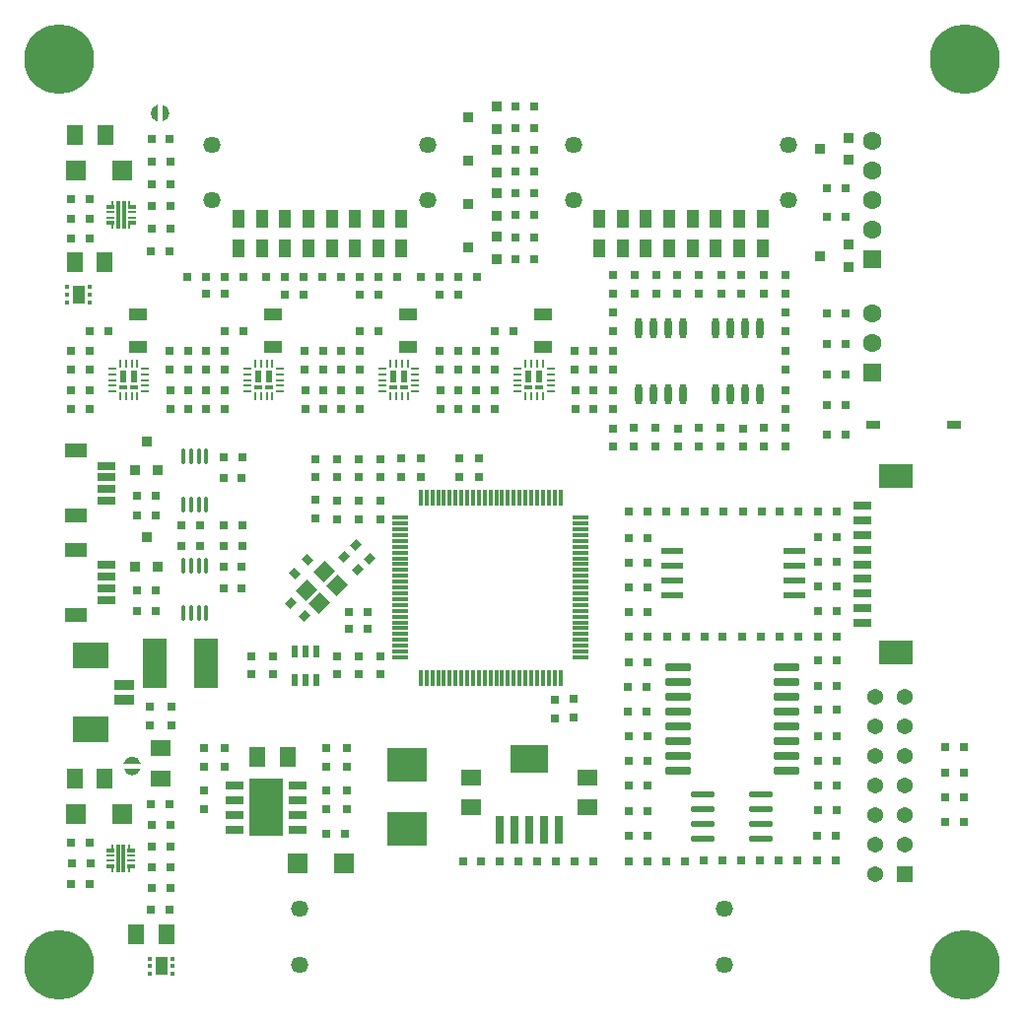
<source format=gbr>
G04*
G04 #@! TF.GenerationSoftware,Altium Limited,Altium Designer,24.1.2 (44)*
G04*
G04 Layer_Color=255*
%FSLAX44Y44*%
%MOMM*%
G71*
G04*
G04 #@! TF.SameCoordinates,9C78AE07-0A78-4655-BEE4-92392129F010*
G04*
G04*
G04 #@! TF.FilePolarity,Positive*
G04*
G01*
G75*
%ADD27R,0.2500X0.6500*%
%ADD28R,0.6500X0.3000*%
%ADD29R,0.6000X1.0000*%
%ADD30R,0.6500X0.2500*%
%ADD31R,0.6500X0.2286*%
%ADD32R,0.3000X2.4000*%
%ADD33R,0.6500X0.3000*%
%ADD34R,1.4000X1.8000*%
%ADD35R,1.8000X1.4000*%
%ADD36R,1.5000X1.0000*%
%ADD37R,0.7000X0.8000*%
G04:AMPARAMS|DCode=38|XSize=0.8mm|YSize=0.7mm|CornerRadius=0mm|HoleSize=0mm|Usage=FLASHONLY|Rotation=45.000|XOffset=0mm|YOffset=0mm|HoleType=Round|Shape=Rectangle|*
%AMROTATEDRECTD38*
4,1,4,-0.0354,-0.5303,-0.5303,-0.0354,0.0354,0.5303,0.5303,0.0354,-0.0354,-0.5303,0.0*
%
%ADD38ROTATEDRECTD38*%

G04:AMPARAMS|DCode=39|XSize=0.8mm|YSize=0.7mm|CornerRadius=0mm|HoleSize=0mm|Usage=FLASHONLY|Rotation=315.000|XOffset=0mm|YOffset=0mm|HoleType=Round|Shape=Rectangle|*
%AMROTATEDRECTD39*
4,1,4,-0.5303,0.0354,-0.0354,0.5303,0.5303,-0.0354,0.0354,-0.5303,-0.5303,0.0354,0.0*
%
%ADD39ROTATEDRECTD39*%

%ADD40R,0.8000X0.7000*%
%ADD41R,1.5494X0.6604*%
G04:AMPARAMS|DCode=42|XSize=1.55mm|YSize=0.6mm|CornerRadius=0.03mm|HoleSize=0mm|Usage=FLASHONLY|Rotation=180.000|XOffset=0mm|YOffset=0mm|HoleType=Round|Shape=RoundedRectangle|*
%AMROUNDEDRECTD42*
21,1,1.5500,0.5400,0,0,180.0*
21,1,1.4900,0.6000,0,0,180.0*
1,1,0.0600,-0.7450,0.2700*
1,1,0.0600,0.7450,0.2700*
1,1,0.0600,0.7450,-0.2700*
1,1,0.0600,-0.7450,-0.2700*
%
%ADD42ROUNDEDRECTD42*%
%ADD43R,3.0000X2.1000*%
%ADD44R,1.6000X0.8000*%
%ADD45R,0.3300X1.3500*%
%ADD46R,1.3500X0.3300*%
G04:AMPARAMS|DCode=47|XSize=2.16mm|YSize=0.72mm|CornerRadius=0.18mm|HoleSize=0mm|Usage=FLASHONLY|Rotation=0.000|XOffset=0mm|YOffset=0mm|HoleType=Round|Shape=RoundedRectangle|*
%AMROUNDEDRECTD47*
21,1,2.1600,0.3600,0,0,0.0*
21,1,1.8000,0.7200,0,0,0.0*
1,1,0.3600,0.9000,-0.1800*
1,1,0.3600,-0.9000,-0.1800*
1,1,0.3600,-0.9000,0.1800*
1,1,0.3600,0.9000,0.1800*
%
%ADD47ROUNDEDRECTD47*%
%ADD48R,1.2000X0.8000*%
%ADD49R,2.0000X4.2000*%
%ADD50R,0.4500X0.3000*%
%ADD51R,1.8000X1.8000*%
%ADD52R,0.9500X0.9000*%
%ADD53R,1.0000X1.5000*%
%ADD54O,0.3500X1.4000*%
%ADD55O,0.6000X1.8000*%
%ADD56R,3.0988X2.2098*%
%ADD57R,1.7018X0.8128*%
G04:AMPARAMS|DCode=58|XSize=1.4mm|YSize=1.2mm|CornerRadius=0mm|HoleSize=0mm|Usage=FLASHONLY|Rotation=45.000|XOffset=0mm|YOffset=0mm|HoleType=Round|Shape=Rectangle|*
%AMROTATEDRECTD58*
4,1,4,-0.0707,-0.9192,-0.9192,-0.0707,0.0707,0.9192,0.9192,0.0707,-0.0707,-0.9192,0.0*
%
%ADD58ROTATEDRECTD58*%

G04:AMPARAMS|DCode=59|XSize=0.7mm|YSize=2.4mm|CornerRadius=0.049mm|HoleSize=0mm|Usage=FLASHONLY|Rotation=180.000|XOffset=0mm|YOffset=0mm|HoleType=Round|Shape=RoundedRectangle|*
%AMROUNDEDRECTD59*
21,1,0.7000,2.3020,0,0,180.0*
21,1,0.6020,2.4000,0,0,180.0*
1,1,0.0980,-0.3010,1.1510*
1,1,0.0980,0.3010,1.1510*
1,1,0.0980,0.3010,-1.1510*
1,1,0.0980,-0.3010,-1.1510*
%
%ADD59ROUNDEDRECTD59*%
G04:AMPARAMS|DCode=60|XSize=3.2mm|YSize=2.4mm|CornerRadius=0.048mm|HoleSize=0mm|Usage=FLASHONLY|Rotation=180.000|XOffset=0mm|YOffset=0mm|HoleType=Round|Shape=RoundedRectangle|*
%AMROUNDEDRECTD60*
21,1,3.2000,2.3040,0,0,180.0*
21,1,3.1040,2.4000,0,0,180.0*
1,1,0.0960,-1.5520,1.1520*
1,1,0.0960,1.5520,1.1520*
1,1,0.0960,1.5520,-1.1520*
1,1,0.0960,-1.5520,-1.1520*
%
%ADD60ROUNDEDRECTD60*%
%ADD61R,3.5000X2.9500*%
G04:AMPARAMS|DCode=62|XSize=1.96mm|YSize=0.57mm|CornerRadius=0.1397mm|HoleSize=0mm|Usage=FLASHONLY|Rotation=0.000|XOffset=0mm|YOffset=0mm|HoleType=Round|Shape=RoundedRectangle|*
%AMROUNDEDRECTD62*
21,1,1.9600,0.2907,0,0,0.0*
21,1,1.6807,0.5700,0,0,0.0*
1,1,0.2793,0.8404,-0.1454*
1,1,0.2793,-0.8404,-0.1454*
1,1,0.2793,-0.8404,0.1454*
1,1,0.2793,0.8404,0.1454*
%
%ADD62ROUNDEDRECTD62*%
%ADD63R,1.9539X0.5821*%
%ADD64R,0.9000X0.9500*%
%ADD81R,1.9050X1.2954*%
%ADD112R,2.9500X4.9000*%
%ADD113R,1.0000X1.6000*%
%ADD127R,1.3700X1.3700*%
%ADD128C,1.3700*%
%ADD129C,0.3000*%
%ADD130C,6.0000*%
%ADD131C,1.0000*%
%ADD132R,1.6000X1.6000*%
%ADD133C,1.6000*%
%ADD134C,1.4580*%
G36*
G01X105904Y204671D02*
G01X91207D01*
G03X105904I7348J1500D01*
D02*
G37*
G36*
G01X91204Y208831D02*
G01X105901D01*
G03X91204I-7348J-1500D01*
D02*
G37*
G36*
G01X124581Y774848D02*
G01Y760151D01*
G03Y774848I-1500J7348D01*
D02*
G37*
G36*
G01X120421Y760147D02*
G01Y774845D01*
G03Y760147I1500J-7348D01*
D02*
G37*
D27*
X204120Y552437D02*
D03*
Y524237D02*
D03*
X209121D02*
D03*
X214121D02*
D03*
X219121D02*
D03*
X209121Y552437D02*
D03*
X214121D02*
D03*
X219121D02*
D03*
X320152D02*
D03*
Y524237D02*
D03*
X325152D02*
D03*
X330152D02*
D03*
X335152D02*
D03*
X325152Y552437D02*
D03*
X330152D02*
D03*
X335152D02*
D03*
X96142Y688897D02*
D03*
X81642D02*
D03*
X81642Y671397D02*
D03*
X96113D02*
D03*
X96021Y136168D02*
D03*
X81522D02*
D03*
X81522Y118668D02*
D03*
X95992D02*
D03*
X436183Y552437D02*
D03*
Y524237D02*
D03*
X441183D02*
D03*
X446183D02*
D03*
X451183D02*
D03*
X441183Y552437D02*
D03*
X446183D02*
D03*
X451183D02*
D03*
X88089D02*
D03*
Y524237D02*
D03*
X93089D02*
D03*
X98089D02*
D03*
X103089D02*
D03*
X93089Y552437D02*
D03*
X98089D02*
D03*
X103089D02*
D03*
D28*
X206871Y531834D02*
D03*
X216371D02*
D03*
X322902D02*
D03*
X332402D02*
D03*
X438933D02*
D03*
X448433D02*
D03*
X90839D02*
D03*
X100339D02*
D03*
D29*
X207120Y541337D02*
D03*
X216120D02*
D03*
X323152D02*
D03*
X332152D02*
D03*
X100089D02*
D03*
X439183D02*
D03*
X448183D02*
D03*
X91089D02*
D03*
X237849Y280824D02*
D03*
X256849D02*
D03*
X237849Y304824D02*
D03*
X247349D02*
D03*
X256849D02*
D03*
X247349Y280824D02*
D03*
D30*
X197370Y528337D02*
D03*
Y533337D02*
D03*
Y543337D02*
D03*
Y548337D02*
D03*
X225870D02*
D03*
Y543337D02*
D03*
Y538337D02*
D03*
Y533337D02*
D03*
Y528337D02*
D03*
X313402D02*
D03*
Y533337D02*
D03*
Y543337D02*
D03*
Y548337D02*
D03*
X341902D02*
D03*
Y543337D02*
D03*
Y538337D02*
D03*
Y533337D02*
D03*
Y528337D02*
D03*
X79642Y682395D02*
D03*
Y677904D02*
D03*
X98142Y682395D02*
D03*
X98112Y677904D02*
D03*
X79522Y129666D02*
D03*
Y125175D02*
D03*
X98021Y129666D02*
D03*
X97992Y125175D02*
D03*
X429433Y528337D02*
D03*
Y533337D02*
D03*
Y543337D02*
D03*
Y548337D02*
D03*
X457933D02*
D03*
Y543337D02*
D03*
Y538337D02*
D03*
Y533337D02*
D03*
Y528337D02*
D03*
X81339D02*
D03*
Y533337D02*
D03*
Y543337D02*
D03*
Y548337D02*
D03*
X109839D02*
D03*
Y543337D02*
D03*
Y538337D02*
D03*
Y533337D02*
D03*
Y528337D02*
D03*
D31*
X197370Y538337D02*
D03*
X313402D02*
D03*
X429433D02*
D03*
X81339D02*
D03*
D32*
X91383Y680147D02*
D03*
X86383Y680136D02*
D03*
X91263Y127418D02*
D03*
X86262Y127408D02*
D03*
D33*
X79642Y673147D02*
D03*
X98142Y687147D02*
D03*
X79642D02*
D03*
X98113Y673147D02*
D03*
X79522Y120418D02*
D03*
X98021Y134418D02*
D03*
X79522D02*
D03*
X97992Y120418D02*
D03*
D34*
X231983Y214248D02*
D03*
X205983D02*
D03*
X75336Y748939D02*
D03*
X49336D02*
D03*
X75215Y196210D02*
D03*
X49215D02*
D03*
X75019Y639431D02*
D03*
X49019D02*
D03*
X102007Y62085D02*
D03*
X128006D02*
D03*
D35*
X489971Y170912D02*
D03*
Y196912D02*
D03*
X389387Y170912D02*
D03*
Y196912D02*
D03*
X123005Y196169D02*
D03*
Y222169D02*
D03*
D36*
X451658Y566527D02*
D03*
Y594990D02*
D03*
X219596Y566527D02*
D03*
Y594990D02*
D03*
X335627Y566527D02*
D03*
Y594990D02*
D03*
X103565Y566527D02*
D03*
Y594990D02*
D03*
D37*
X102959Y340085D02*
D03*
X118959D02*
D03*
Y357371D02*
D03*
X102959D02*
D03*
Y421891D02*
D03*
X118959D02*
D03*
X118959Y439179D02*
D03*
X102959D02*
D03*
X711332Y491167D02*
D03*
X695332D02*
D03*
X284670Y324371D02*
D03*
X300670D02*
D03*
Y338680D02*
D03*
X284670D02*
D03*
X362812Y611883D02*
D03*
X378812D02*
D03*
X229495D02*
D03*
X245495D02*
D03*
X378812Y627123D02*
D03*
X394812D02*
D03*
X245495D02*
D03*
X261495D02*
D03*
X426096Y580255D02*
D03*
X410096D02*
D03*
X194033D02*
D03*
X178033D02*
D03*
X362812Y627119D02*
D03*
X346812D02*
D03*
X229495Y627123D02*
D03*
X213495D02*
D03*
X162033Y612645D02*
D03*
X178033D02*
D03*
X294310Y611883D02*
D03*
X310310D02*
D03*
Y627119D02*
D03*
X326310D02*
D03*
X178033Y627123D02*
D03*
X194033D02*
D03*
X310065Y580255D02*
D03*
X294065D02*
D03*
X78002D02*
D03*
X62002D02*
D03*
X294310Y627123D02*
D03*
X278310D02*
D03*
X162033D02*
D03*
X146033D02*
D03*
X573136Y124958D02*
D03*
X557136D02*
D03*
X605517Y125614D02*
D03*
X589517D02*
D03*
X557490Y425006D02*
D03*
X573490D02*
D03*
X525254D02*
D03*
X541254D02*
D03*
X590029Y317502D02*
D03*
X606030D02*
D03*
X558408D02*
D03*
X574408D02*
D03*
X654543D02*
D03*
X670543D02*
D03*
X622667D02*
D03*
X638667D02*
D03*
X606303Y425006D02*
D03*
X590303D02*
D03*
X639116D02*
D03*
X623116D02*
D03*
X654281Y125614D02*
D03*
X670281D02*
D03*
X621899D02*
D03*
X637899D02*
D03*
X687770Y297596D02*
D03*
X703770D02*
D03*
X687770Y254826D02*
D03*
X703770D02*
D03*
X462644Y124958D02*
D03*
X446644D02*
D03*
X494669D02*
D03*
X478669D02*
D03*
X265709Y148747D02*
D03*
X281709D02*
D03*
X414619Y124958D02*
D03*
X430619D02*
D03*
X382594D02*
D03*
X398594D02*
D03*
X61983Y693329D02*
D03*
X45983D02*
D03*
X61863Y140600D02*
D03*
X45862D02*
D03*
X61983Y659997D02*
D03*
X45983D02*
D03*
X62003Y104997D02*
D03*
X46003D02*
D03*
X192985Y472091D02*
D03*
X176985D02*
D03*
X157075Y395815D02*
D03*
X141075D02*
D03*
X192893Y377601D02*
D03*
X176893D02*
D03*
X157075Y413809D02*
D03*
X141075D02*
D03*
X176877Y359432D02*
D03*
X192877D02*
D03*
X176893Y453997D02*
D03*
X192893D02*
D03*
X176983Y413809D02*
D03*
X192983D02*
D03*
X176983Y395578D02*
D03*
X192983D02*
D03*
X711503Y516550D02*
D03*
X695503D02*
D03*
X711329Y595397D02*
D03*
X695329D02*
D03*
X711329Y678431D02*
D03*
X695329D02*
D03*
X711329Y703374D02*
D03*
X695329D02*
D03*
X711329Y542832D02*
D03*
X695329D02*
D03*
X711329Y569114D02*
D03*
X695329D02*
D03*
X427609Y661096D02*
D03*
X443609D02*
D03*
X427609Y642459D02*
D03*
X443609D02*
D03*
X427609Y698370D02*
D03*
X443609D02*
D03*
X427609Y679733D02*
D03*
X443609D02*
D03*
X427609Y735645D02*
D03*
X443609D02*
D03*
X427609Y717007D02*
D03*
X443609D02*
D03*
X427609Y772919D02*
D03*
X443609D02*
D03*
X427609Y754282D02*
D03*
X443609D02*
D03*
X525003Y360144D02*
D03*
X541003D02*
D03*
X525003Y338823D02*
D03*
X541003D02*
D03*
X525003Y232218D02*
D03*
X541003D02*
D03*
X525003Y210898D02*
D03*
X541003D02*
D03*
X525003Y168256D02*
D03*
X541003D02*
D03*
X525003Y146935D02*
D03*
X541003D02*
D03*
X525003Y189577D02*
D03*
X541003D02*
D03*
X524495Y253539D02*
D03*
X540495D02*
D03*
X525003Y317502D02*
D03*
X541003D02*
D03*
X525003Y124959D02*
D03*
X541003D02*
D03*
X525003Y296181D02*
D03*
X541003D02*
D03*
X525003Y381465D02*
D03*
X541003D02*
D03*
X525003Y402785D02*
D03*
X541003D02*
D03*
X524495Y274860D02*
D03*
X540495D02*
D03*
X686912Y125615D02*
D03*
X702912D02*
D03*
X686912Y147000D02*
D03*
X702912D02*
D03*
X797397Y222541D02*
D03*
X813397D02*
D03*
X797397Y201156D02*
D03*
X813397D02*
D03*
X797397Y179771D02*
D03*
X813397D02*
D03*
X797399Y158385D02*
D03*
X813399D02*
D03*
X655169Y425006D02*
D03*
X671169D02*
D03*
X688003Y425006D02*
D03*
X704003D02*
D03*
X131078Y744997D02*
D03*
X115078D02*
D03*
X131003Y173997D02*
D03*
X115003D02*
D03*
X688192Y403621D02*
D03*
X704192D02*
D03*
X688192Y382236D02*
D03*
X704192D02*
D03*
X115253Y725797D02*
D03*
X131253D02*
D03*
X115132Y155901D02*
D03*
X131132D02*
D03*
X688003Y339466D02*
D03*
X704003D02*
D03*
X46232Y676441D02*
D03*
X62232D02*
D03*
X47003Y122997D02*
D03*
X63003D02*
D03*
X688003Y360851D02*
D03*
X704003D02*
D03*
X688192Y318081D02*
D03*
X704192D02*
D03*
X688019Y275311D02*
D03*
X704019D02*
D03*
X688019Y232541D02*
D03*
X704019D02*
D03*
X688019Y211156D02*
D03*
X704019D02*
D03*
X688019Y189771D02*
D03*
X704019D02*
D03*
X688019Y168386D02*
D03*
X704019D02*
D03*
X131253Y687397D02*
D03*
X115253D02*
D03*
X115253Y706597D02*
D03*
X131253D02*
D03*
X131132Y119709D02*
D03*
X115132D02*
D03*
X115132Y137805D02*
D03*
X131132D02*
D03*
X130876Y648997D02*
D03*
X114875D02*
D03*
X130755Y83518D02*
D03*
X114755D02*
D03*
X115253Y668197D02*
D03*
X131253D02*
D03*
X115132Y101614D02*
D03*
X131132D02*
D03*
D38*
X246276Y335141D02*
D03*
X234963Y346455D02*
D03*
X290902Y396397D02*
D03*
X302215Y385083D02*
D03*
X292089Y375153D02*
D03*
X280775Y386467D02*
D03*
D39*
X237914Y372340D02*
D03*
X249227Y383654D02*
D03*
D40*
X461390Y263862D02*
D03*
Y247862D02*
D03*
X346756Y471076D02*
D03*
Y455076D02*
D03*
X329600Y455074D02*
D03*
Y471074D02*
D03*
X479203Y529317D02*
D03*
Y513317D02*
D03*
X247141Y529317D02*
D03*
Y513317D02*
D03*
X494872Y529317D02*
D03*
Y513317D02*
D03*
X262810Y529317D02*
D03*
Y513317D02*
D03*
X246780Y547116D02*
D03*
Y563116D02*
D03*
X177715Y547116D02*
D03*
Y563116D02*
D03*
X394242Y513317D02*
D03*
Y529317D02*
D03*
X409778D02*
D03*
Y513317D02*
D03*
X162180D02*
D03*
Y529317D02*
D03*
X177715D02*
D03*
Y513317D02*
D03*
X262810Y547116D02*
D03*
Y563116D02*
D03*
X162060Y547116D02*
D03*
Y563116D02*
D03*
X362812Y547116D02*
D03*
Y563116D02*
D03*
X293746Y547116D02*
D03*
Y563116D02*
D03*
X378841Y547116D02*
D03*
Y563116D02*
D03*
X278091Y547116D02*
D03*
Y563116D02*
D03*
X363172Y529317D02*
D03*
Y513317D02*
D03*
X131109Y529317D02*
D03*
Y513317D02*
D03*
X378841Y529317D02*
D03*
Y513317D02*
D03*
X146778Y529317D02*
D03*
Y513317D02*
D03*
X478843Y547116D02*
D03*
Y563116D02*
D03*
X130749Y547116D02*
D03*
Y563116D02*
D03*
X278211Y513317D02*
D03*
Y529317D02*
D03*
X293746D02*
D03*
Y513317D02*
D03*
X46149D02*
D03*
Y529317D02*
D03*
X61684D02*
D03*
Y513317D02*
D03*
X409778Y547116D02*
D03*
Y563116D02*
D03*
X61684Y547116D02*
D03*
Y563116D02*
D03*
X494872Y547116D02*
D03*
Y563116D02*
D03*
X146778Y547116D02*
D03*
Y563116D02*
D03*
X394122Y547116D02*
D03*
Y563116D02*
D03*
X46028Y547116D02*
D03*
Y563116D02*
D03*
X604414Y612467D02*
D03*
Y628467D02*
D03*
X623277Y496821D02*
D03*
Y480821D02*
D03*
X549188Y612467D02*
D03*
Y628467D02*
D03*
X567383Y496821D02*
D03*
Y480821D02*
D03*
X659639Y529317D02*
D03*
Y513317D02*
D03*
X659639Y612467D02*
D03*
Y628467D02*
D03*
X659639Y580101D02*
D03*
Y596101D02*
D03*
Y563284D02*
D03*
Y547284D02*
D03*
X511489Y496821D02*
D03*
Y480821D02*
D03*
X511473Y529317D02*
D03*
Y513317D02*
D03*
Y580101D02*
D03*
Y596101D02*
D03*
Y547284D02*
D03*
Y563284D02*
D03*
X114003Y241997D02*
D03*
Y257997D02*
D03*
X131959Y241997D02*
D03*
Y257997D02*
D03*
X283010Y185997D02*
D03*
Y169997D02*
D03*
Y221748D02*
D03*
Y205748D02*
D03*
X160415D02*
D03*
Y221748D02*
D03*
X160253Y169997D02*
D03*
Y185997D02*
D03*
X477822Y264118D02*
D03*
Y248118D02*
D03*
X311600Y301189D02*
D03*
Y285189D02*
D03*
X293062Y301189D02*
D03*
Y285189D02*
D03*
X274525Y301189D02*
D03*
Y285189D02*
D03*
X200627Y301189D02*
D03*
Y285189D02*
D03*
X219450Y301189D02*
D03*
Y285189D02*
D03*
X396850Y471164D02*
D03*
Y455164D02*
D03*
X379720Y455162D02*
D03*
Y471162D02*
D03*
X311600Y470574D02*
D03*
Y454574D02*
D03*
Y434610D02*
D03*
Y418610D02*
D03*
X274525Y470570D02*
D03*
Y454571D02*
D03*
Y434610D02*
D03*
Y418610D02*
D03*
X293062Y470570D02*
D03*
Y454571D02*
D03*
Y434610D02*
D03*
Y418610D02*
D03*
X255988Y435234D02*
D03*
Y419234D02*
D03*
Y470570D02*
D03*
Y454571D02*
D03*
X640838Y628717D02*
D03*
Y612718D02*
D03*
X641009Y481589D02*
D03*
Y497589D02*
D03*
X621922Y612716D02*
D03*
Y628716D02*
D03*
X603746Y497212D02*
D03*
Y481212D02*
D03*
X585105Y612716D02*
D03*
Y628716D02*
D03*
X659640Y497212D02*
D03*
Y481212D02*
D03*
X529880Y628717D02*
D03*
Y612718D02*
D03*
X529221Y481589D02*
D03*
Y497589D02*
D03*
X566697Y612716D02*
D03*
Y628716D02*
D03*
X547852Y497212D02*
D03*
Y481212D02*
D03*
X511471Y612716D02*
D03*
Y628716D02*
D03*
X585115Y497212D02*
D03*
Y481212D02*
D03*
X265373Y169746D02*
D03*
Y185746D02*
D03*
Y205997D02*
D03*
Y221997D02*
D03*
X178467Y205997D02*
D03*
Y221997D02*
D03*
D41*
X76215Y434633D02*
D03*
Y444633D02*
D03*
Y454633D02*
D03*
Y464633D02*
D03*
Y379407D02*
D03*
Y369407D02*
D03*
Y359407D02*
D03*
Y349407D02*
D03*
D42*
X186753Y151947D02*
D03*
Y164647D02*
D03*
Y177347D02*
D03*
Y190047D02*
D03*
X240753D02*
D03*
Y177347D02*
D03*
Y164647D02*
D03*
Y151947D02*
D03*
D43*
X755003Y304497D02*
D03*
Y455497D02*
D03*
D44*
X726003Y429997D02*
D03*
Y417497D02*
D03*
Y404997D02*
D03*
Y392497D02*
D03*
Y379997D02*
D03*
Y367497D02*
D03*
Y354997D02*
D03*
Y342497D02*
D03*
Y329997D02*
D03*
D45*
X431390Y282539D02*
D03*
X436390D02*
D03*
X441390D02*
D03*
X446390D02*
D03*
X466390Y437539D02*
D03*
X461390D02*
D03*
X456390D02*
D03*
X411390Y282539D02*
D03*
X416390D02*
D03*
X421390D02*
D03*
X426390Y282539D02*
D03*
X451390Y282539D02*
D03*
X456390D02*
D03*
X461390D02*
D03*
X466390D02*
D03*
X361390Y437539D02*
D03*
X356390D02*
D03*
X351390D02*
D03*
X346390D02*
D03*
Y282539D02*
D03*
X351390D02*
D03*
X356390D02*
D03*
X361390Y282539D02*
D03*
X366390Y282539D02*
D03*
X371390D02*
D03*
X376390D02*
D03*
X381390D02*
D03*
X386390D02*
D03*
X391390Y282539D02*
D03*
X396390D02*
D03*
X401390Y282539D02*
D03*
X406390D02*
D03*
X451390Y437539D02*
D03*
X446390D02*
D03*
X441390D02*
D03*
X436390D02*
D03*
X431390D02*
D03*
X426390D02*
D03*
X421390D02*
D03*
X416390D02*
D03*
X411390D02*
D03*
X406390D02*
D03*
X401390D02*
D03*
X396390D02*
D03*
X391390D02*
D03*
X386390D02*
D03*
X381390D02*
D03*
X376390D02*
D03*
X371390D02*
D03*
X366390D02*
D03*
D46*
X483890Y340039D02*
D03*
X483890Y345039D02*
D03*
Y350039D02*
D03*
Y355039D02*
D03*
Y360039D02*
D03*
Y365039D02*
D03*
X483890Y370039D02*
D03*
Y375039D02*
D03*
X483890Y380039D02*
D03*
Y385039D02*
D03*
Y390039D02*
D03*
Y395039D02*
D03*
Y400039D02*
D03*
X483890Y405039D02*
D03*
X483890Y410039D02*
D03*
Y415039D02*
D03*
Y420039D02*
D03*
X328890D02*
D03*
Y415039D02*
D03*
Y410039D02*
D03*
Y405039D02*
D03*
Y400039D02*
D03*
Y395039D02*
D03*
Y390039D02*
D03*
Y385039D02*
D03*
Y380039D02*
D03*
Y375039D02*
D03*
Y370039D02*
D03*
Y365039D02*
D03*
Y360039D02*
D03*
Y355039D02*
D03*
Y350039D02*
D03*
Y345039D02*
D03*
Y340039D02*
D03*
X483890Y300039D02*
D03*
Y305039D02*
D03*
Y310039D02*
D03*
Y315039D02*
D03*
Y320039D02*
D03*
Y325039D02*
D03*
Y330039D02*
D03*
Y335039D02*
D03*
X328890Y335039D02*
D03*
Y330039D02*
D03*
Y325039D02*
D03*
Y320039D02*
D03*
Y315039D02*
D03*
Y310039D02*
D03*
Y305039D02*
D03*
Y300039D02*
D03*
D47*
X660519Y291167D02*
D03*
Y278467D02*
D03*
Y265767D02*
D03*
Y253067D02*
D03*
Y240367D02*
D03*
Y227667D02*
D03*
Y214967D02*
D03*
Y202267D02*
D03*
X567519D02*
D03*
Y214967D02*
D03*
Y227667D02*
D03*
Y240367D02*
D03*
Y253067D02*
D03*
Y265767D02*
D03*
Y278467D02*
D03*
Y291167D02*
D03*
D48*
X805003Y499997D02*
D03*
X735003D02*
D03*
D49*
X161703Y294997D02*
D03*
X118303D02*
D03*
D50*
X113922Y28342D02*
D03*
Y34842D02*
D03*
Y41342D02*
D03*
X133422D02*
D03*
Y34842D02*
D03*
Y28342D02*
D03*
X62503Y617997D02*
D03*
Y611497D02*
D03*
Y604997D02*
D03*
X43003D02*
D03*
Y611497D02*
D03*
Y617997D02*
D03*
D51*
X89884Y165607D02*
D03*
X49884D02*
D03*
X50005Y718336D02*
D03*
X90005D02*
D03*
X280503Y122744D02*
D03*
X240503D02*
D03*
D52*
X411993Y661458D02*
D03*
X386993Y651958D02*
D03*
X411993Y642458D02*
D03*
Y698696D02*
D03*
X386993Y689196D02*
D03*
X411993Y679696D02*
D03*
Y735934D02*
D03*
X386993Y726434D02*
D03*
X411993Y716934D02*
D03*
Y754172D02*
D03*
X386993Y763672D02*
D03*
X411993Y773172D02*
D03*
X714305Y654403D02*
D03*
Y635403D02*
D03*
X689305Y644903D02*
D03*
X714305Y746605D02*
D03*
Y727605D02*
D03*
X689305Y737105D02*
D03*
D53*
X640003Y676497D02*
D03*
Y651497D02*
D03*
X620003Y676497D02*
D03*
Y651497D02*
D03*
X600003Y676497D02*
D03*
Y651497D02*
D03*
X580003Y676497D02*
D03*
Y651497D02*
D03*
X560003Y676497D02*
D03*
Y651497D02*
D03*
X540003Y676497D02*
D03*
Y651497D02*
D03*
X520003Y676497D02*
D03*
Y651497D02*
D03*
X500003Y676497D02*
D03*
Y651497D02*
D03*
X190003Y651497D02*
D03*
Y676497D02*
D03*
X210003Y651497D02*
D03*
Y676497D02*
D03*
X230003Y651497D02*
D03*
Y676497D02*
D03*
X250003Y651497D02*
D03*
Y676497D02*
D03*
X270003Y651497D02*
D03*
Y676497D02*
D03*
X290003Y651497D02*
D03*
Y676497D02*
D03*
X310003Y651497D02*
D03*
Y676497D02*
D03*
X330003Y651497D02*
D03*
Y676497D02*
D03*
D54*
X162381Y378871D02*
D03*
X155881D02*
D03*
X149381D02*
D03*
X142881D02*
D03*
X162381Y337871D02*
D03*
X155881D02*
D03*
X149381D02*
D03*
X142881D02*
D03*
X162381Y472525D02*
D03*
X155881D02*
D03*
X149381D02*
D03*
X142881D02*
D03*
X162381Y431525D02*
D03*
X155881D02*
D03*
X149381D02*
D03*
X142881D02*
D03*
D55*
X637981Y582592D02*
D03*
X625281D02*
D03*
X612581D02*
D03*
X599881D02*
D03*
X637981Y526092D02*
D03*
X625281D02*
D03*
X612581D02*
D03*
X599881D02*
D03*
X533841Y526092D02*
D03*
X546541D02*
D03*
X559241D02*
D03*
X571941D02*
D03*
X533841Y582592D02*
D03*
X546541D02*
D03*
X559241D02*
D03*
X571941D02*
D03*
D56*
X63048Y237937D02*
D03*
Y301437D02*
D03*
D57*
X92048Y263437D02*
D03*
Y275937D02*
D03*
D58*
X259314Y346621D02*
D03*
X274871Y362177D02*
D03*
X263557Y373491D02*
D03*
X248001Y357934D02*
D03*
D59*
X414587Y152085D02*
D03*
X427287D02*
D03*
X439987D02*
D03*
X452687D02*
D03*
X465387D02*
D03*
D60*
X439987Y212585D02*
D03*
D61*
X335001Y152997D02*
D03*
Y207497D02*
D03*
D62*
X638431Y144342D02*
D03*
Y157042D02*
D03*
Y169742D02*
D03*
Y182442D02*
D03*
X589031D02*
D03*
Y169742D02*
D03*
Y157042D02*
D03*
Y144342D02*
D03*
D63*
X562498Y391047D02*
D03*
Y378347D02*
D03*
Y365647D02*
D03*
Y352947D02*
D03*
X667508D02*
D03*
Y365647D02*
D03*
Y378347D02*
D03*
Y391047D02*
D03*
D64*
X120459Y378235D02*
D03*
X101459D02*
D03*
X110959Y403235D02*
D03*
X120459Y460715D02*
D03*
X101459D02*
D03*
X110959Y485715D02*
D03*
D81*
X50415Y477633D02*
D03*
Y421633D02*
D03*
Y392407D02*
D03*
Y336407D02*
D03*
D112*
X213753Y170997D02*
D03*
D113*
X123672Y34842D02*
D03*
X52753Y611497D02*
D03*
D127*
X762703Y113797D02*
D03*
D128*
X737303D02*
D03*
X762703Y139197D02*
D03*
X737303D02*
D03*
X762703Y164597D02*
D03*
X737303D02*
D03*
Y189997D02*
D03*
Y215397D02*
D03*
X762703Y240797D02*
D03*
X737303D02*
D03*
X762703Y266197D02*
D03*
X737303D02*
D03*
X762703Y189997D02*
D03*
Y215397D02*
D03*
D129*
X220253Y151497D02*
D03*
X207253D02*
D03*
X220253Y164497D02*
D03*
X207253D02*
D03*
X220253Y177497D02*
D03*
X207253D02*
D03*
D130*
X814003Y813997D02*
D03*
X36003Y35997D02*
D03*
X814003D02*
D03*
X36003Y813997D02*
D03*
D131*
X814003Y837247D02*
D03*
X790753Y813997D02*
D03*
X814003Y791137D02*
D03*
X837253Y813997D02*
D03*
X830443Y830437D02*
D03*
X797563Y797557D02*
D03*
X830443D02*
D03*
X797563Y830437D02*
D03*
X19563Y52437D02*
D03*
X52443Y19557D02*
D03*
X19563D02*
D03*
X52443Y52437D02*
D03*
X59253Y35997D02*
D03*
X36003Y13137D02*
D03*
X12753Y35997D02*
D03*
X36003Y59247D02*
D03*
X797563Y52437D02*
D03*
X830443Y19557D02*
D03*
X797563D02*
D03*
X830443Y52437D02*
D03*
X837253Y35997D02*
D03*
X814003Y13137D02*
D03*
X790753Y35997D02*
D03*
X814003Y59247D02*
D03*
X19563Y830437D02*
D03*
X52443Y797557D02*
D03*
X19563D02*
D03*
X52443Y830437D02*
D03*
X59253Y813997D02*
D03*
X36003Y791137D02*
D03*
X12753Y813997D02*
D03*
X36003Y837247D02*
D03*
D132*
X734603Y642165D02*
D03*
Y544597D02*
D03*
D133*
Y667565D02*
D03*
Y692965D02*
D03*
Y718365D02*
D03*
Y743765D02*
D03*
Y569997D02*
D03*
Y595397D02*
D03*
D134*
X477503Y739997D02*
D03*
X662503D02*
D03*
X477503Y692497D02*
D03*
X662503D02*
D03*
X352503Y692497D02*
D03*
X167503D02*
D03*
X352503Y739997D02*
D03*
X167503D02*
D03*
X607503Y36197D02*
D03*
X242503Y83797D02*
D03*
X607503D02*
D03*
X242503Y36197D02*
D03*
M02*

</source>
